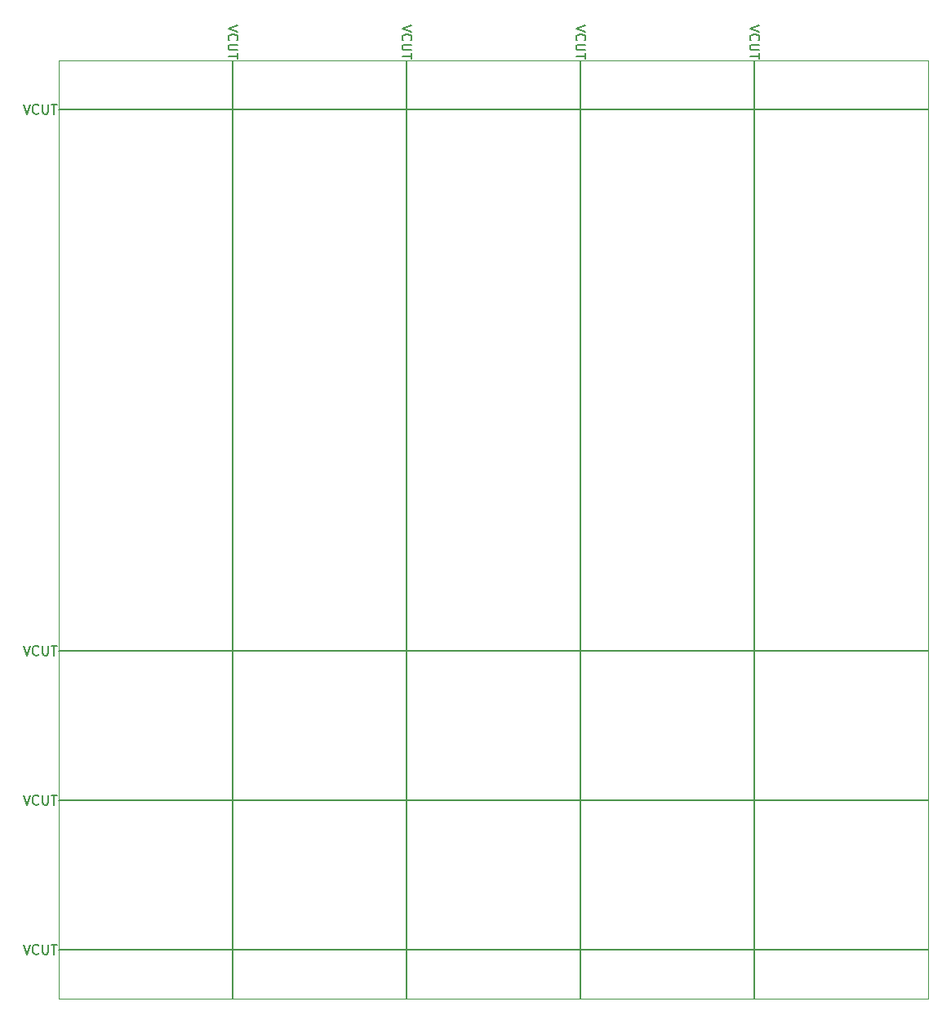
<source format=gm1>
G04 #@! TF.GenerationSoftware,KiCad,Pcbnew,(5.1.5)-3*
G04 #@! TF.CreationDate,2019-12-30T21:30:00-08:00*
G04 #@! TF.ProjectId,teensy40-bb-hc05-adapter,7465656e-7379-4343-902d-62622d686330,A*
G04 #@! TF.SameCoordinates,Original*
G04 #@! TF.FileFunction,Other,ECO1*
%FSLAX46Y46*%
G04 Gerber Fmt 4.6, Leading zero omitted, Abs format (unit mm)*
G04 Created by KiCad (PCBNEW (5.1.5)-3) date 2019-12-30 21:30:00*
%MOMM*%
%LPD*%
G04 APERTURE LIST*
%ADD10C,0.050000*%
%ADD11C,0.150000*%
G04 APERTURE END LIST*
D10*
X100203000Y-44323000D02*
X190373000Y-44323000D01*
X190373000Y-44323000D02*
X190373000Y-141605000D01*
X100203000Y-44323000D02*
X100203000Y-141605000D01*
X100203000Y-141605000D02*
X190373000Y-141605000D01*
D11*
X172886619Y-40654071D02*
X171886619Y-40987404D01*
X172886619Y-41320738D01*
X171981857Y-42225500D02*
X171934238Y-42177880D01*
X171886619Y-42035023D01*
X171886619Y-41939785D01*
X171934238Y-41796928D01*
X172029476Y-41701690D01*
X172124714Y-41654071D01*
X172315190Y-41606452D01*
X172458047Y-41606452D01*
X172648523Y-41654071D01*
X172743761Y-41701690D01*
X172839000Y-41796928D01*
X172886619Y-41939785D01*
X172886619Y-42035023D01*
X172839000Y-42177880D01*
X172791380Y-42225500D01*
X172886619Y-42654071D02*
X172077095Y-42654071D01*
X171981857Y-42701690D01*
X171934238Y-42749309D01*
X171886619Y-42844547D01*
X171886619Y-43035023D01*
X171934238Y-43130261D01*
X171981857Y-43177880D01*
X172077095Y-43225500D01*
X172886619Y-43225500D01*
X172886619Y-43558833D02*
X172886619Y-44130261D01*
X171886619Y-43844547D02*
X172886619Y-43844547D01*
X154852619Y-40654071D02*
X153852619Y-40987404D01*
X154852619Y-41320738D01*
X153947857Y-42225500D02*
X153900238Y-42177880D01*
X153852619Y-42035023D01*
X153852619Y-41939785D01*
X153900238Y-41796928D01*
X153995476Y-41701690D01*
X154090714Y-41654071D01*
X154281190Y-41606452D01*
X154424047Y-41606452D01*
X154614523Y-41654071D01*
X154709761Y-41701690D01*
X154805000Y-41796928D01*
X154852619Y-41939785D01*
X154852619Y-42035023D01*
X154805000Y-42177880D01*
X154757380Y-42225500D01*
X154852619Y-42654071D02*
X154043095Y-42654071D01*
X153947857Y-42701690D01*
X153900238Y-42749309D01*
X153852619Y-42844547D01*
X153852619Y-43035023D01*
X153900238Y-43130261D01*
X153947857Y-43177880D01*
X154043095Y-43225500D01*
X154852619Y-43225500D01*
X154852619Y-43558833D02*
X154852619Y-44130261D01*
X153852619Y-43844547D02*
X154852619Y-43844547D01*
X136818619Y-40654071D02*
X135818619Y-40987404D01*
X136818619Y-41320738D01*
X135913857Y-42225500D02*
X135866238Y-42177880D01*
X135818619Y-42035023D01*
X135818619Y-41939785D01*
X135866238Y-41796928D01*
X135961476Y-41701690D01*
X136056714Y-41654071D01*
X136247190Y-41606452D01*
X136390047Y-41606452D01*
X136580523Y-41654071D01*
X136675761Y-41701690D01*
X136771000Y-41796928D01*
X136818619Y-41939785D01*
X136818619Y-42035023D01*
X136771000Y-42177880D01*
X136723380Y-42225500D01*
X136818619Y-42654071D02*
X136009095Y-42654071D01*
X135913857Y-42701690D01*
X135866238Y-42749309D01*
X135818619Y-42844547D01*
X135818619Y-43035023D01*
X135866238Y-43130261D01*
X135913857Y-43177880D01*
X136009095Y-43225500D01*
X136818619Y-43225500D01*
X136818619Y-43558833D02*
X136818619Y-44130261D01*
X135818619Y-43844547D02*
X136818619Y-43844547D01*
X118784619Y-40654071D02*
X117784619Y-40987404D01*
X118784619Y-41320738D01*
X117879857Y-42225500D02*
X117832238Y-42177880D01*
X117784619Y-42035023D01*
X117784619Y-41939785D01*
X117832238Y-41796928D01*
X117927476Y-41701690D01*
X118022714Y-41654071D01*
X118213190Y-41606452D01*
X118356047Y-41606452D01*
X118546523Y-41654071D01*
X118641761Y-41701690D01*
X118737000Y-41796928D01*
X118784619Y-41939785D01*
X118784619Y-42035023D01*
X118737000Y-42177880D01*
X118689380Y-42225500D01*
X118784619Y-42654071D02*
X117975095Y-42654071D01*
X117879857Y-42701690D01*
X117832238Y-42749309D01*
X117784619Y-42844547D01*
X117784619Y-43035023D01*
X117832238Y-43130261D01*
X117879857Y-43177880D01*
X117975095Y-43225500D01*
X118784619Y-43225500D01*
X118784619Y-43558833D02*
X118784619Y-44130261D01*
X117784619Y-43844547D02*
X118784619Y-43844547D01*
X96534071Y-48855380D02*
X96867404Y-49855380D01*
X97200738Y-48855380D01*
X98105500Y-49760142D02*
X98057880Y-49807761D01*
X97915023Y-49855380D01*
X97819785Y-49855380D01*
X97676928Y-49807761D01*
X97581690Y-49712523D01*
X97534071Y-49617285D01*
X97486452Y-49426809D01*
X97486452Y-49283952D01*
X97534071Y-49093476D01*
X97581690Y-48998238D01*
X97676928Y-48903000D01*
X97819785Y-48855380D01*
X97915023Y-48855380D01*
X98057880Y-48903000D01*
X98105500Y-48950619D01*
X98534071Y-48855380D02*
X98534071Y-49664904D01*
X98581690Y-49760142D01*
X98629309Y-49807761D01*
X98724547Y-49855380D01*
X98915023Y-49855380D01*
X99010261Y-49807761D01*
X99057880Y-49760142D01*
X99105500Y-49664904D01*
X99105500Y-48855380D01*
X99438833Y-48855380D02*
X100010261Y-48855380D01*
X99724547Y-49855380D02*
X99724547Y-48855380D01*
X96534071Y-104989380D02*
X96867404Y-105989380D01*
X97200738Y-104989380D01*
X98105500Y-105894142D02*
X98057880Y-105941761D01*
X97915023Y-105989380D01*
X97819785Y-105989380D01*
X97676928Y-105941761D01*
X97581690Y-105846523D01*
X97534071Y-105751285D01*
X97486452Y-105560809D01*
X97486452Y-105417952D01*
X97534071Y-105227476D01*
X97581690Y-105132238D01*
X97676928Y-105037000D01*
X97819785Y-104989380D01*
X97915023Y-104989380D01*
X98057880Y-105037000D01*
X98105500Y-105084619D01*
X98534071Y-104989380D02*
X98534071Y-105798904D01*
X98581690Y-105894142D01*
X98629309Y-105941761D01*
X98724547Y-105989380D01*
X98915023Y-105989380D01*
X99010261Y-105941761D01*
X99057880Y-105894142D01*
X99105500Y-105798904D01*
X99105500Y-104989380D01*
X99438833Y-104989380D02*
X100010261Y-104989380D01*
X99724547Y-105989380D02*
X99724547Y-104989380D01*
X96534071Y-120483380D02*
X96867404Y-121483380D01*
X97200738Y-120483380D01*
X98105500Y-121388142D02*
X98057880Y-121435761D01*
X97915023Y-121483380D01*
X97819785Y-121483380D01*
X97676928Y-121435761D01*
X97581690Y-121340523D01*
X97534071Y-121245285D01*
X97486452Y-121054809D01*
X97486452Y-120911952D01*
X97534071Y-120721476D01*
X97581690Y-120626238D01*
X97676928Y-120531000D01*
X97819785Y-120483380D01*
X97915023Y-120483380D01*
X98057880Y-120531000D01*
X98105500Y-120578619D01*
X98534071Y-120483380D02*
X98534071Y-121292904D01*
X98581690Y-121388142D01*
X98629309Y-121435761D01*
X98724547Y-121483380D01*
X98915023Y-121483380D01*
X99010261Y-121435761D01*
X99057880Y-121388142D01*
X99105500Y-121292904D01*
X99105500Y-120483380D01*
X99438833Y-120483380D02*
X100010261Y-120483380D01*
X99724547Y-121483380D02*
X99724547Y-120483380D01*
X96534071Y-135977380D02*
X96867404Y-136977380D01*
X97200738Y-135977380D01*
X98105500Y-136882142D02*
X98057880Y-136929761D01*
X97915023Y-136977380D01*
X97819785Y-136977380D01*
X97676928Y-136929761D01*
X97581690Y-136834523D01*
X97534071Y-136739285D01*
X97486452Y-136548809D01*
X97486452Y-136405952D01*
X97534071Y-136215476D01*
X97581690Y-136120238D01*
X97676928Y-136025000D01*
X97819785Y-135977380D01*
X97915023Y-135977380D01*
X98057880Y-136025000D01*
X98105500Y-136072619D01*
X98534071Y-135977380D02*
X98534071Y-136786904D01*
X98581690Y-136882142D01*
X98629309Y-136929761D01*
X98724547Y-136977380D01*
X98915023Y-136977380D01*
X99010261Y-136929761D01*
X99057880Y-136882142D01*
X99105500Y-136786904D01*
X99105500Y-135977380D01*
X99438833Y-135977380D02*
X100010261Y-135977380D01*
X99724547Y-136977380D02*
X99724547Y-135977380D01*
X100203000Y-136525000D02*
X190373000Y-136525000D01*
X172339000Y-44323000D02*
X172339000Y-141605000D01*
X154305000Y-44323000D02*
X154305000Y-141605000D01*
X136271000Y-44323000D02*
X136271000Y-141605000D01*
X118237000Y-44323000D02*
X118237000Y-141605000D01*
X100203000Y-121031000D02*
X190373000Y-121031000D01*
X100203000Y-105537000D02*
X190373000Y-105537000D01*
X100203000Y-49403000D02*
X190373000Y-49403000D01*
M02*

</source>
